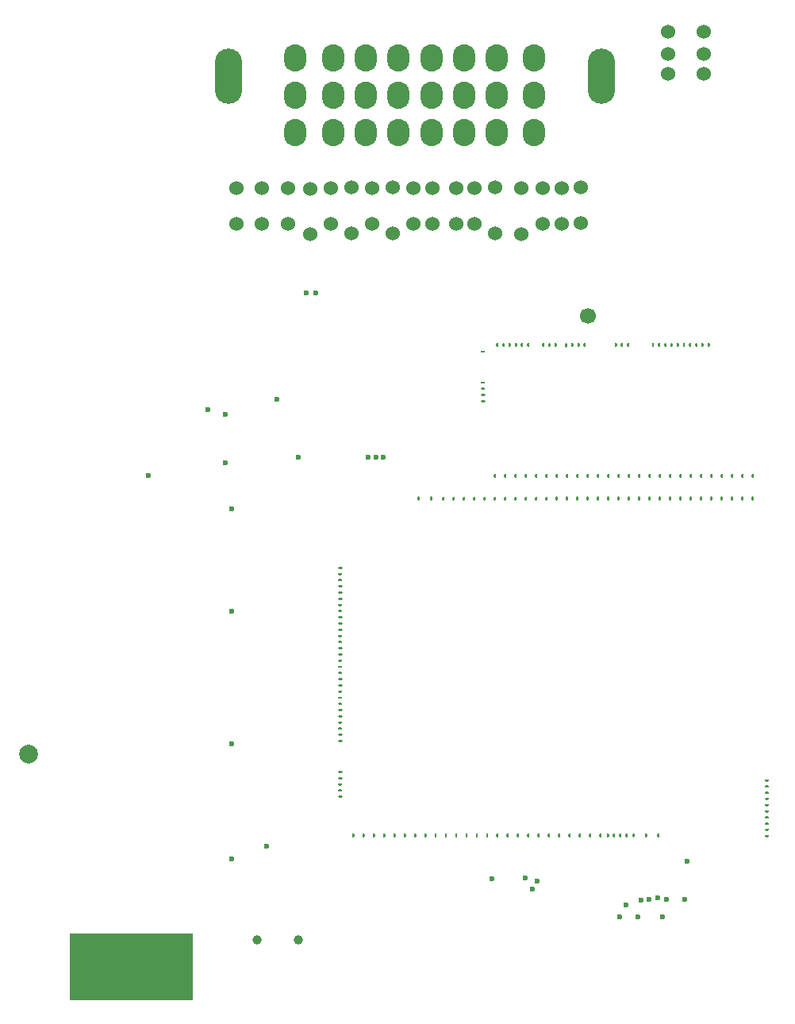
<source format=gbs>
G04 #@! TF.GenerationSoftware,KiCad,Pcbnew,(6.0.1)*
G04 #@! TF.CreationDate,2022-03-18T13:55:30+02:00*
G04 #@! TF.ProjectId,alphax_2ch,616c7068-6178-45f3-9263-682e6b696361,b*
G04 #@! TF.SameCoordinates,PX141f5e0PYa2cace0*
G04 #@! TF.FileFunction,Soldermask,Bot*
G04 #@! TF.FilePolarity,Negative*
%FSLAX46Y46*%
G04 Gerber Fmt 4.6, Leading zero omitted, Abs format (unit mm)*
G04 Created by KiCad (PCBNEW (6.0.1)) date 2022-03-18 13:55:30*
%MOMM*%
%LPD*%
G01*
G04 APERTURE LIST*
%ADD10C,0.120000*%
%ADD11C,0.599999*%
%ADD12C,1.524000*%
%ADD13C,1.700000*%
%ADD14C,1.000000*%
%ADD15O,2.900000X5.900000*%
%ADD16O,2.400000X2.900000*%
%ADD17C,2.000000*%
G04 APERTURE END LIST*
D10*
G04 #@! TO.C,U4*
X6700000Y200000D02*
X6700000Y7200000D01*
X6700000Y7200000D02*
X19700000Y7200000D01*
X19700000Y7200000D02*
X19700000Y200000D01*
X19700000Y200000D02*
X6700000Y200000D01*
G36*
X19700000Y200000D02*
G01*
X6700000Y200000D01*
X6700000Y7200000D01*
X19700000Y7200000D01*
X19700000Y200000D01*
G37*
X19700000Y200000D02*
X6700000Y200000D01*
X6700000Y7200000D01*
X19700000Y7200000D01*
X19700000Y200000D01*
G04 #@! TD*
D11*
G04 #@! TO.C,M4*
X70363132Y10805111D03*
X69938124Y8970101D03*
X69388127Y11020109D03*
X68513168Y10805114D03*
X67663145Y10730107D03*
X67338129Y8970101D03*
X66038162Y10280101D03*
X65388145Y8970101D03*
X72563148Y14895116D03*
X72263146Y10820110D03*
G04 #@! TD*
D12*
G04 #@! TO.C,R8*
X49836417Y82896579D03*
X49836417Y86706579D03*
G04 #@! TD*
G04 #@! TO.C,R9*
X47882571Y82918049D03*
X47882571Y86728049D03*
G04 #@! TD*
G04 #@! TO.C,F4*
X36700000Y86750000D03*
X36700000Y81850000D03*
G04 #@! TD*
G04 #@! TO.C,M5*
G36*
G01*
X50649998Y64096477D02*
X50899998Y64096477D01*
G75*
G02*
X51024998Y63971477I0J-125000D01*
G01*
X51024998Y63971477D01*
G75*
G02*
X50899998Y63846477I-125000J0D01*
G01*
X50649998Y63846477D01*
G75*
G02*
X50524998Y63971477I0J125000D01*
G01*
X50524998Y63971477D01*
G75*
G02*
X50649998Y64096477I125000J0D01*
G01*
G37*
G36*
G01*
X50649998Y64756478D02*
X50899998Y64756478D01*
G75*
G02*
X51024998Y64631478I0J-125000D01*
G01*
X51024998Y64631478D01*
G75*
G02*
X50899998Y64506478I-125000J0D01*
G01*
X50649998Y64506478D01*
G75*
G02*
X50524998Y64631478I0J125000D01*
G01*
X50524998Y64631478D01*
G75*
G02*
X50649998Y64756478I125000J0D01*
G01*
G37*
G36*
G01*
X50649998Y65416479D02*
X50899998Y65416479D01*
G75*
G02*
X51024998Y65291479I0J-125000D01*
G01*
X51024998Y65291479D01*
G75*
G02*
X50899998Y65166479I-125000J0D01*
G01*
X50649998Y65166479D01*
G75*
G02*
X50524998Y65291479I0J125000D01*
G01*
X50524998Y65291479D01*
G75*
G02*
X50649998Y65416479I125000J0D01*
G01*
G37*
G36*
G01*
X50649998Y66076480D02*
X50899998Y66076480D01*
G75*
G02*
X51024998Y65951480I0J-125000D01*
G01*
X51024998Y65951480D01*
G75*
G02*
X50899998Y65826480I-125000J0D01*
G01*
X50649998Y65826480D01*
G75*
G02*
X50524998Y65951480I0J125000D01*
G01*
X50524998Y65951480D01*
G75*
G02*
X50649998Y66076480I125000J0D01*
G01*
G37*
G36*
G01*
X50649998Y69376487D02*
X50899998Y69376487D01*
G75*
G02*
X51024998Y69251487I0J-125000D01*
G01*
X51024998Y69251487D01*
G75*
G02*
X50899998Y69126487I-125000J0D01*
G01*
X50649998Y69126487D01*
G75*
G02*
X50524998Y69251487I0J125000D01*
G01*
X50524998Y69251487D01*
G75*
G02*
X50649998Y69376487I125000J0D01*
G01*
G37*
G36*
G01*
X79420000Y55877684D02*
X79420000Y56127684D01*
G75*
G02*
X79545000Y56252684I125000J0D01*
G01*
X79545000Y56252684D01*
G75*
G02*
X79670000Y56127684I0J-125000D01*
G01*
X79670000Y55877684D01*
G75*
G02*
X79545000Y55752684I-125000J0D01*
G01*
X79545000Y55752684D01*
G75*
G02*
X79420000Y55877684I0J125000D01*
G01*
G37*
G36*
G01*
X78569996Y56127684D02*
X78569996Y55877684D01*
G75*
G02*
X78444996Y55752684I-125000J0D01*
G01*
X78444996Y55752684D01*
G75*
G02*
X78319996Y55877684I0J125000D01*
G01*
X78319996Y56127684D01*
G75*
G02*
X78444996Y56252684I125000J0D01*
G01*
X78444996Y56252684D01*
G75*
G02*
X78569996Y56127684I0J-125000D01*
G01*
G37*
G36*
G01*
X77469995Y56127684D02*
X77469995Y55877684D01*
G75*
G02*
X77344995Y55752684I-125000J0D01*
G01*
X77344995Y55752684D01*
G75*
G02*
X77219995Y55877684I0J125000D01*
G01*
X77219995Y56127684D01*
G75*
G02*
X77344995Y56252684I125000J0D01*
G01*
X77344995Y56252684D01*
G75*
G02*
X77469995Y56127684I0J-125000D01*
G01*
G37*
G36*
G01*
X76369998Y56127684D02*
X76369998Y55877684D01*
G75*
G02*
X76244998Y55752684I-125000J0D01*
G01*
X76244998Y55752684D01*
G75*
G02*
X76119998Y55877684I0J125000D01*
G01*
X76119998Y56127684D01*
G75*
G02*
X76244998Y56252684I125000J0D01*
G01*
X76244998Y56252684D01*
G75*
G02*
X76369998Y56127684I0J-125000D01*
G01*
G37*
G36*
G01*
X75270000Y56127684D02*
X75270000Y55877684D01*
G75*
G02*
X75145000Y55752684I-125000J0D01*
G01*
X75145000Y55752684D01*
G75*
G02*
X75020000Y55877684I0J125000D01*
G01*
X75020000Y56127684D01*
G75*
G02*
X75145000Y56252684I125000J0D01*
G01*
X75145000Y56252684D01*
G75*
G02*
X75270000Y56127684I0J-125000D01*
G01*
G37*
G36*
G01*
X74170002Y56127684D02*
X74170002Y55877684D01*
G75*
G02*
X74045002Y55752684I-125000J0D01*
G01*
X74045002Y55752684D01*
G75*
G02*
X73920002Y55877684I0J125000D01*
G01*
X73920002Y56127684D01*
G75*
G02*
X74045002Y56252684I125000J0D01*
G01*
X74045002Y56252684D01*
G75*
G02*
X74170002Y56127684I0J-125000D01*
G01*
G37*
G36*
G01*
X73070004Y56127684D02*
X73070004Y55877684D01*
G75*
G02*
X72945004Y55752684I-125000J0D01*
G01*
X72945004Y55752684D01*
G75*
G02*
X72820004Y55877684I0J125000D01*
G01*
X72820004Y56127684D01*
G75*
G02*
X72945004Y56252684I125000J0D01*
G01*
X72945004Y56252684D01*
G75*
G02*
X73070004Y56127684I0J-125000D01*
G01*
G37*
G36*
G01*
X71970006Y56127684D02*
X71970006Y55877684D01*
G75*
G02*
X71845006Y55752684I-125000J0D01*
G01*
X71845006Y55752684D01*
G75*
G02*
X71720006Y55877684I0J125000D01*
G01*
X71720006Y56127684D01*
G75*
G02*
X71845006Y56252684I125000J0D01*
G01*
X71845006Y56252684D01*
G75*
G02*
X71970006Y56127684I0J-125000D01*
G01*
G37*
G36*
G01*
X70870009Y56127684D02*
X70870009Y55877684D01*
G75*
G02*
X70745009Y55752684I-125000J0D01*
G01*
X70745009Y55752684D01*
G75*
G02*
X70620009Y55877684I0J125000D01*
G01*
X70620009Y56127684D01*
G75*
G02*
X70745009Y56252684I125000J0D01*
G01*
X70745009Y56252684D01*
G75*
G02*
X70870009Y56127684I0J-125000D01*
G01*
G37*
G36*
G01*
X69770011Y56127684D02*
X69770011Y55877684D01*
G75*
G02*
X69645011Y55752684I-125000J0D01*
G01*
X69645011Y55752684D01*
G75*
G02*
X69520011Y55877684I0J125000D01*
G01*
X69520011Y56127684D01*
G75*
G02*
X69645011Y56252684I125000J0D01*
G01*
X69645011Y56252684D01*
G75*
G02*
X69770011Y56127684I0J-125000D01*
G01*
G37*
G36*
G01*
X68670013Y56127684D02*
X68670013Y55877684D01*
G75*
G02*
X68545013Y55752684I-125000J0D01*
G01*
X68545013Y55752684D01*
G75*
G02*
X68420013Y55877684I0J125000D01*
G01*
X68420013Y56127684D01*
G75*
G02*
X68545013Y56252684I125000J0D01*
G01*
X68545013Y56252684D01*
G75*
G02*
X68670013Y56127684I0J-125000D01*
G01*
G37*
G36*
G01*
X67570015Y56127684D02*
X67570015Y55877684D01*
G75*
G02*
X67445015Y55752684I-125000J0D01*
G01*
X67445015Y55752684D01*
G75*
G02*
X67320015Y55877684I0J125000D01*
G01*
X67320015Y56127684D01*
G75*
G02*
X67445015Y56252684I125000J0D01*
G01*
X67445015Y56252684D01*
G75*
G02*
X67570015Y56127684I0J-125000D01*
G01*
G37*
G36*
G01*
X66470017Y56127684D02*
X66470017Y55877684D01*
G75*
G02*
X66345017Y55752684I-125000J0D01*
G01*
X66345017Y55752684D01*
G75*
G02*
X66220017Y55877684I0J125000D01*
G01*
X66220017Y56127684D01*
G75*
G02*
X66345017Y56252684I125000J0D01*
G01*
X66345017Y56252684D01*
G75*
G02*
X66470017Y56127684I0J-125000D01*
G01*
G37*
G36*
G01*
X65370020Y56127684D02*
X65370020Y55877684D01*
G75*
G02*
X65245020Y55752684I-125000J0D01*
G01*
X65245020Y55752684D01*
G75*
G02*
X65120020Y55877684I0J125000D01*
G01*
X65120020Y56127684D01*
G75*
G02*
X65245020Y56252684I125000J0D01*
G01*
X65245020Y56252684D01*
G75*
G02*
X65370020Y56127684I0J-125000D01*
G01*
G37*
G36*
G01*
X64270022Y56127684D02*
X64270022Y55877684D01*
G75*
G02*
X64145022Y55752684I-125000J0D01*
G01*
X64145022Y55752684D01*
G75*
G02*
X64020022Y55877684I0J125000D01*
G01*
X64020022Y56127684D01*
G75*
G02*
X64145022Y56252684I125000J0D01*
G01*
X64145022Y56252684D01*
G75*
G02*
X64270022Y56127684I0J-125000D01*
G01*
G37*
G36*
G01*
X63170024Y56127684D02*
X63170024Y55877684D01*
G75*
G02*
X63045024Y55752684I-125000J0D01*
G01*
X63045024Y55752684D01*
G75*
G02*
X62920024Y55877684I0J125000D01*
G01*
X62920024Y56127684D01*
G75*
G02*
X63045024Y56252684I125000J0D01*
G01*
X63045024Y56252684D01*
G75*
G02*
X63170024Y56127684I0J-125000D01*
G01*
G37*
G36*
G01*
X62070026Y56127684D02*
X62070026Y55877684D01*
G75*
G02*
X61945026Y55752684I-125000J0D01*
G01*
X61945026Y55752684D01*
G75*
G02*
X61820026Y55877684I0J125000D01*
G01*
X61820026Y56127684D01*
G75*
G02*
X61945026Y56252684I125000J0D01*
G01*
X61945026Y56252684D01*
G75*
G02*
X62070026Y56127684I0J-125000D01*
G01*
G37*
G36*
G01*
X60970028Y56127684D02*
X60970028Y55877684D01*
G75*
G02*
X60845028Y55752684I-125000J0D01*
G01*
X60845028Y55752684D01*
G75*
G02*
X60720028Y55877684I0J125000D01*
G01*
X60720028Y56127684D01*
G75*
G02*
X60845028Y56252684I125000J0D01*
G01*
X60845028Y56252684D01*
G75*
G02*
X60970028Y56127684I0J-125000D01*
G01*
G37*
G36*
G01*
X59870031Y56127684D02*
X59870031Y55877684D01*
G75*
G02*
X59745031Y55752684I-125000J0D01*
G01*
X59745031Y55752684D01*
G75*
G02*
X59620031Y55877684I0J125000D01*
G01*
X59620031Y56127684D01*
G75*
G02*
X59745031Y56252684I125000J0D01*
G01*
X59745031Y56252684D01*
G75*
G02*
X59870031Y56127684I0J-125000D01*
G01*
G37*
G36*
G01*
X58770033Y56127684D02*
X58770033Y55877684D01*
G75*
G02*
X58645033Y55752684I-125000J0D01*
G01*
X58645033Y55752684D01*
G75*
G02*
X58520033Y55877684I0J125000D01*
G01*
X58520033Y56127684D01*
G75*
G02*
X58645033Y56252684I125000J0D01*
G01*
X58645033Y56252684D01*
G75*
G02*
X58770033Y56127684I0J-125000D01*
G01*
G37*
G36*
G01*
X57670035Y56127684D02*
X57670035Y55877684D01*
G75*
G02*
X57545035Y55752684I-125000J0D01*
G01*
X57545035Y55752684D01*
G75*
G02*
X57420035Y55877684I0J125000D01*
G01*
X57420035Y56127684D01*
G75*
G02*
X57545035Y56252684I125000J0D01*
G01*
X57545035Y56252684D01*
G75*
G02*
X57670035Y56127684I0J-125000D01*
G01*
G37*
G36*
G01*
X56570037Y56127684D02*
X56570037Y55877684D01*
G75*
G02*
X56445037Y55752684I-125000J0D01*
G01*
X56445037Y55752684D01*
G75*
G02*
X56320037Y55877684I0J125000D01*
G01*
X56320037Y56127684D01*
G75*
G02*
X56445037Y56252684I125000J0D01*
G01*
X56445037Y56252684D01*
G75*
G02*
X56570037Y56127684I0J-125000D01*
G01*
G37*
G36*
G01*
X55470039Y56127684D02*
X55470039Y55877684D01*
G75*
G02*
X55345039Y55752684I-125000J0D01*
G01*
X55345039Y55752684D01*
G75*
G02*
X55220039Y55877684I0J125000D01*
G01*
X55220039Y56127684D01*
G75*
G02*
X55345039Y56252684I125000J0D01*
G01*
X55345039Y56252684D01*
G75*
G02*
X55470039Y56127684I0J-125000D01*
G01*
G37*
G36*
G01*
X54370042Y56127684D02*
X54370042Y55877684D01*
G75*
G02*
X54245042Y55752684I-125000J0D01*
G01*
X54245042Y55752684D01*
G75*
G02*
X54120042Y55877684I0J125000D01*
G01*
X54120042Y56127684D01*
G75*
G02*
X54245042Y56252684I125000J0D01*
G01*
X54245042Y56252684D01*
G75*
G02*
X54370042Y56127684I0J-125000D01*
G01*
G37*
G36*
G01*
X53270044Y56127684D02*
X53270044Y55877684D01*
G75*
G02*
X53145044Y55752684I-125000J0D01*
G01*
X53145044Y55752684D01*
G75*
G02*
X53020044Y55877684I0J125000D01*
G01*
X53020044Y56127684D01*
G75*
G02*
X53145044Y56252684I125000J0D01*
G01*
X53145044Y56252684D01*
G75*
G02*
X53270044Y56127684I0J-125000D01*
G01*
G37*
G36*
G01*
X52170046Y56127684D02*
X52170046Y55877684D01*
G75*
G02*
X52045046Y55752684I-125000J0D01*
G01*
X52045046Y55752684D01*
G75*
G02*
X51920046Y55877684I0J125000D01*
G01*
X51920046Y56127684D01*
G75*
G02*
X52045046Y56252684I125000J0D01*
G01*
X52045046Y56252684D01*
G75*
G02*
X52170046Y56127684I0J-125000D01*
G01*
G37*
G36*
G01*
X52420990Y70089683D02*
X52420990Y69839683D01*
G75*
G02*
X52295990Y69714683I-125000J0D01*
G01*
X52295990Y69714683D01*
G75*
G02*
X52170990Y69839683I0J125000D01*
G01*
X52170990Y70089683D01*
G75*
G02*
X52295990Y70214683I125000J0D01*
G01*
X52295990Y70214683D01*
G75*
G02*
X52420990Y70089683I0J-125000D01*
G01*
G37*
G36*
G01*
X53080992Y70089683D02*
X53080992Y69839683D01*
G75*
G02*
X52955992Y69714683I-125000J0D01*
G01*
X52955992Y69714683D01*
G75*
G02*
X52830992Y69839683I0J125000D01*
G01*
X52830992Y70089683D01*
G75*
G02*
X52955992Y70214683I125000J0D01*
G01*
X52955992Y70214683D01*
G75*
G02*
X53080992Y70089683I0J-125000D01*
G01*
G37*
G36*
G01*
X53740993Y70089683D02*
X53740993Y69839683D01*
G75*
G02*
X53615993Y69714683I-125000J0D01*
G01*
X53615993Y69714683D01*
G75*
G02*
X53490993Y69839683I0J125000D01*
G01*
X53490993Y70089683D01*
G75*
G02*
X53615993Y70214683I125000J0D01*
G01*
X53615993Y70214683D01*
G75*
G02*
X53740993Y70089683I0J-125000D01*
G01*
G37*
G36*
G01*
X54400994Y70089683D02*
X54400994Y69839683D01*
G75*
G02*
X54275994Y69714683I-125000J0D01*
G01*
X54275994Y69714683D01*
G75*
G02*
X54150994Y69839683I0J125000D01*
G01*
X54150994Y70089683D01*
G75*
G02*
X54275994Y70214683I125000J0D01*
G01*
X54275994Y70214683D01*
G75*
G02*
X54400994Y70089683I0J-125000D01*
G01*
G37*
G36*
G01*
X55060995Y70089683D02*
X55060995Y69839683D01*
G75*
G02*
X54935995Y69714683I-125000J0D01*
G01*
X54935995Y69714683D01*
G75*
G02*
X54810995Y69839683I0J125000D01*
G01*
X54810995Y70089683D01*
G75*
G02*
X54935995Y70214683I125000J0D01*
G01*
X54935995Y70214683D01*
G75*
G02*
X55060995Y70089683I0J-125000D01*
G01*
G37*
G36*
G01*
X55720997Y70089683D02*
X55720997Y69839683D01*
G75*
G02*
X55595997Y69714683I-125000J0D01*
G01*
X55595997Y69714683D01*
G75*
G02*
X55470997Y69839683I0J125000D01*
G01*
X55470997Y70089683D01*
G75*
G02*
X55595997Y70214683I125000J0D01*
G01*
X55595997Y70214683D01*
G75*
G02*
X55720997Y70089683I0J-125000D01*
G01*
G37*
G36*
G01*
X57321994Y70089683D02*
X57321994Y69839683D01*
G75*
G02*
X57196994Y69714683I-125000J0D01*
G01*
X57196994Y69714683D01*
G75*
G02*
X57071994Y69839683I0J125000D01*
G01*
X57071994Y70089683D01*
G75*
G02*
X57196994Y70214683I125000J0D01*
G01*
X57196994Y70214683D01*
G75*
G02*
X57321994Y70089683I0J-125000D01*
G01*
G37*
G36*
G01*
X57981995Y70089683D02*
X57981995Y69839683D01*
G75*
G02*
X57856995Y69714683I-125000J0D01*
G01*
X57856995Y69714683D01*
G75*
G02*
X57731995Y69839683I0J125000D01*
G01*
X57731995Y70089683D01*
G75*
G02*
X57856995Y70214683I125000J0D01*
G01*
X57856995Y70214683D01*
G75*
G02*
X57981995Y70089683I0J-125000D01*
G01*
G37*
G36*
G01*
X58641997Y70089683D02*
X58641997Y69839683D01*
G75*
G02*
X58516997Y69714683I-125000J0D01*
G01*
X58516997Y69714683D01*
G75*
G02*
X58391997Y69839683I0J125000D01*
G01*
X58391997Y70089683D01*
G75*
G02*
X58516997Y70214683I125000J0D01*
G01*
X58516997Y70214683D01*
G75*
G02*
X58641997Y70089683I0J-125000D01*
G01*
G37*
G36*
G01*
X59762896Y70089683D02*
X59762896Y69839683D01*
G75*
G02*
X59637896Y69714683I-125000J0D01*
G01*
X59637896Y69714683D01*
G75*
G02*
X59512896Y69839683I0J125000D01*
G01*
X59512896Y70089683D01*
G75*
G02*
X59637896Y70214683I125000J0D01*
G01*
X59637896Y70214683D01*
G75*
G02*
X59762896Y70089683I0J-125000D01*
G01*
G37*
G36*
G01*
X60422897Y70089683D02*
X60422897Y69839683D01*
G75*
G02*
X60297897Y69714683I-125000J0D01*
G01*
X60297897Y69714683D01*
G75*
G02*
X60172897Y69839683I0J125000D01*
G01*
X60172897Y70089683D01*
G75*
G02*
X60297897Y70214683I125000J0D01*
G01*
X60297897Y70214683D01*
G75*
G02*
X60422897Y70089683I0J-125000D01*
G01*
G37*
G36*
G01*
X61082898Y70089683D02*
X61082898Y69839683D01*
G75*
G02*
X60957898Y69714683I-125000J0D01*
G01*
X60957898Y69714683D01*
G75*
G02*
X60832898Y69839683I0J125000D01*
G01*
X60832898Y70089683D01*
G75*
G02*
X60957898Y70214683I125000J0D01*
G01*
X60957898Y70214683D01*
G75*
G02*
X61082898Y70089683I0J-125000D01*
G01*
G37*
G36*
G01*
X61742900Y70089683D02*
X61742900Y69839683D01*
G75*
G02*
X61617900Y69714683I-125000J0D01*
G01*
X61617900Y69714683D01*
G75*
G02*
X61492900Y69839683I0J125000D01*
G01*
X61492900Y70089683D01*
G75*
G02*
X61617900Y70214683I125000J0D01*
G01*
X61617900Y70214683D01*
G75*
G02*
X61742900Y70089683I0J-125000D01*
G01*
G37*
G36*
G01*
X65068994Y70089683D02*
X65068994Y69839683D01*
G75*
G02*
X64943994Y69714683I-125000J0D01*
G01*
X64943994Y69714683D01*
G75*
G02*
X64818994Y69839683I0J125000D01*
G01*
X64818994Y70089683D01*
G75*
G02*
X64943994Y70214683I125000J0D01*
G01*
X64943994Y70214683D01*
G75*
G02*
X65068994Y70089683I0J-125000D01*
G01*
G37*
G36*
G01*
X65728995Y70089683D02*
X65728995Y69839683D01*
G75*
G02*
X65603995Y69714683I-125000J0D01*
G01*
X65603995Y69714683D01*
G75*
G02*
X65478995Y69839683I0J125000D01*
G01*
X65478995Y70089683D01*
G75*
G02*
X65603995Y70214683I125000J0D01*
G01*
X65603995Y70214683D01*
G75*
G02*
X65728995Y70089683I0J-125000D01*
G01*
G37*
G36*
G01*
X66388997Y70089683D02*
X66388997Y69839683D01*
G75*
G02*
X66263997Y69714683I-125000J0D01*
G01*
X66263997Y69714683D01*
G75*
G02*
X66138997Y69839683I0J125000D01*
G01*
X66138997Y70089683D01*
G75*
G02*
X66263997Y70214683I125000J0D01*
G01*
X66263997Y70214683D01*
G75*
G02*
X66388997Y70089683I0J-125000D01*
G01*
G37*
G36*
G01*
X69034988Y70089683D02*
X69034988Y69839683D01*
G75*
G02*
X68909988Y69714683I-125000J0D01*
G01*
X68909988Y69714683D01*
G75*
G02*
X68784988Y69839683I0J125000D01*
G01*
X68784988Y70089683D01*
G75*
G02*
X68909988Y70214683I125000J0D01*
G01*
X68909988Y70214683D01*
G75*
G02*
X69034988Y70089683I0J-125000D01*
G01*
G37*
G36*
G01*
X69694989Y70089683D02*
X69694989Y69839683D01*
G75*
G02*
X69569989Y69714683I-125000J0D01*
G01*
X69569989Y69714683D01*
G75*
G02*
X69444989Y69839683I0J125000D01*
G01*
X69444989Y70089683D01*
G75*
G02*
X69569989Y70214683I125000J0D01*
G01*
X69569989Y70214683D01*
G75*
G02*
X69694989Y70089683I0J-125000D01*
G01*
G37*
G36*
G01*
X70354991Y70089683D02*
X70354991Y69839683D01*
G75*
G02*
X70229991Y69714683I-125000J0D01*
G01*
X70229991Y69714683D01*
G75*
G02*
X70104991Y69839683I0J125000D01*
G01*
X70104991Y70089683D01*
G75*
G02*
X70229991Y70214683I125000J0D01*
G01*
X70229991Y70214683D01*
G75*
G02*
X70354991Y70089683I0J-125000D01*
G01*
G37*
G36*
G01*
X71014992Y70089683D02*
X71014992Y69839683D01*
G75*
G02*
X70889992Y69714683I-125000J0D01*
G01*
X70889992Y69714683D01*
G75*
G02*
X70764992Y69839683I0J125000D01*
G01*
X70764992Y70089683D01*
G75*
G02*
X70889992Y70214683I125000J0D01*
G01*
X70889992Y70214683D01*
G75*
G02*
X71014992Y70089683I0J-125000D01*
G01*
G37*
G36*
G01*
X71674993Y70089683D02*
X71674993Y69839683D01*
G75*
G02*
X71549993Y69714683I-125000J0D01*
G01*
X71549993Y69714683D01*
G75*
G02*
X71424993Y69839683I0J125000D01*
G01*
X71424993Y70089683D01*
G75*
G02*
X71549993Y70214683I125000J0D01*
G01*
X71549993Y70214683D01*
G75*
G02*
X71674993Y70089683I0J-125000D01*
G01*
G37*
G36*
G01*
X72334994Y70089683D02*
X72334994Y69839683D01*
G75*
G02*
X72209994Y69714683I-125000J0D01*
G01*
X72209994Y69714683D01*
G75*
G02*
X72084994Y69839683I0J125000D01*
G01*
X72084994Y70089683D01*
G75*
G02*
X72209994Y70214683I125000J0D01*
G01*
X72209994Y70214683D01*
G75*
G02*
X72334994Y70089683I0J-125000D01*
G01*
G37*
G36*
G01*
X72994996Y70089683D02*
X72994996Y69839683D01*
G75*
G02*
X72869996Y69714683I-125000J0D01*
G01*
X72869996Y69714683D01*
G75*
G02*
X72744996Y69839683I0J125000D01*
G01*
X72744996Y70089683D01*
G75*
G02*
X72869996Y70214683I125000J0D01*
G01*
X72869996Y70214683D01*
G75*
G02*
X72994996Y70089683I0J-125000D01*
G01*
G37*
G36*
G01*
X73654997Y70089683D02*
X73654997Y69839683D01*
G75*
G02*
X73529997Y69714683I-125000J0D01*
G01*
X73529997Y69714683D01*
G75*
G02*
X73404997Y69839683I0J125000D01*
G01*
X73404997Y70089683D01*
G75*
G02*
X73529997Y70214683I125000J0D01*
G01*
X73529997Y70214683D01*
G75*
G02*
X73654997Y70089683I0J-125000D01*
G01*
G37*
G36*
G01*
X74314998Y70089683D02*
X74314998Y69839683D01*
G75*
G02*
X74189998Y69714683I-125000J0D01*
G01*
X74189998Y69714683D01*
G75*
G02*
X74064998Y69839683I0J125000D01*
G01*
X74064998Y70089683D01*
G75*
G02*
X74189998Y70214683I125000J0D01*
G01*
X74189998Y70214683D01*
G75*
G02*
X74314998Y70089683I0J-125000D01*
G01*
G37*
G36*
G01*
X74975000Y70089683D02*
X74975000Y69839683D01*
G75*
G02*
X74850000Y69714683I-125000J0D01*
G01*
X74850000Y69714683D01*
G75*
G02*
X74725000Y69839683I0J125000D01*
G01*
X74725000Y70089683D01*
G75*
G02*
X74850000Y70214683I125000J0D01*
G01*
X74850000Y70214683D01*
G75*
G02*
X74975000Y70089683I0J-125000D01*
G01*
G37*
G04 #@! TD*
D13*
G04 #@! TO.C,P2*
X61958000Y73100000D03*
G04 #@! TD*
D12*
G04 #@! TO.C,R11*
X24500000Y82895000D03*
X24500000Y86705000D03*
G04 #@! TD*
G04 #@! TO.C,R6*
X74305000Y103400000D03*
X70495000Y103400000D03*
G04 #@! TD*
D14*
G04 #@! TO.C,J1*
X31100000Y6475000D03*
X26700000Y6475000D03*
G04 #@! TD*
D12*
G04 #@! TO.C,R17*
X38900000Y82895000D03*
X38900000Y86705000D03*
G04 #@! TD*
G04 #@! TO.C,R16*
X45400000Y82895000D03*
X45400000Y86705000D03*
G04 #@! TD*
D11*
G04 #@! TO.C,M7*
X56543338Y12787498D03*
X56018338Y11912496D03*
X55268340Y13087500D03*
X51718339Y13012497D03*
G04 #@! TD*
G04 #@! TO.C,M1*
X15066016Y56037888D03*
X23291016Y57362892D03*
X23273511Y62595386D03*
X21391015Y63087892D03*
X28741008Y64212878D03*
G04 #@! TD*
G04 #@! TO.C,M3*
X31025000Y58000000D03*
X38525000Y58000000D03*
X39325000Y58000000D03*
X40125000Y58000000D03*
X32925000Y75525000D03*
X31925000Y75525000D03*
G04 #@! TD*
D12*
G04 #@! TO.C,R10*
X43300000Y82895000D03*
X43300000Y86705000D03*
G04 #@! TD*
G04 #@! TO.C,R19*
X30000000Y82895000D03*
X30000000Y86705000D03*
G04 #@! TD*
G04 #@! TO.C,F1*
X54846000Y86700000D03*
X54846000Y81800000D03*
G04 #@! TD*
G04 #@! TO.C,R14*
X70495000Y98900000D03*
X74305000Y98900000D03*
G04 #@! TD*
G04 #@! TO.C,F3*
X41100000Y86750000D03*
X41100000Y81850000D03*
G04 #@! TD*
G04 #@! TO.C,M6*
G36*
G01*
X35410503Y21903625D02*
X35660503Y21903625D01*
G75*
G02*
X35785503Y21778625I0J-125000D01*
G01*
X35785503Y21778625D01*
G75*
G02*
X35660503Y21653625I-125000J0D01*
G01*
X35410503Y21653625D01*
G75*
G02*
X35285503Y21778625I0J125000D01*
G01*
X35285503Y21778625D01*
G75*
G02*
X35410503Y21903625I125000J0D01*
G01*
G37*
G36*
G01*
X35660503Y22313623D02*
X35410503Y22313623D01*
G75*
G02*
X35285503Y22438623I0J125000D01*
G01*
X35285503Y22438623D01*
G75*
G02*
X35410503Y22563623I125000J0D01*
G01*
X35660503Y22563623D01*
G75*
G02*
X35785503Y22438623I0J-125000D01*
G01*
X35785503Y22438623D01*
G75*
G02*
X35660503Y22313623I-125000J0D01*
G01*
G37*
G36*
G01*
X35660503Y22973628D02*
X35410503Y22973628D01*
G75*
G02*
X35285503Y23098628I0J125000D01*
G01*
X35285503Y23098628D01*
G75*
G02*
X35410503Y23223628I125000J0D01*
G01*
X35660503Y23223628D01*
G75*
G02*
X35785503Y23098628I0J-125000D01*
G01*
X35785503Y23098628D01*
G75*
G02*
X35660503Y22973628I-125000J0D01*
G01*
G37*
G36*
G01*
X35660503Y23633623D02*
X35410503Y23633623D01*
G75*
G02*
X35285503Y23758623I0J125000D01*
G01*
X35285503Y23758623D01*
G75*
G02*
X35410503Y23883623I125000J0D01*
G01*
X35660503Y23883623D01*
G75*
G02*
X35785503Y23758623I0J-125000D01*
G01*
X35785503Y23758623D01*
G75*
G02*
X35660503Y23633623I-125000J0D01*
G01*
G37*
G36*
G01*
X35660503Y24293625D02*
X35410503Y24293625D01*
G75*
G02*
X35285503Y24418625I0J125000D01*
G01*
X35285503Y24418625D01*
G75*
G02*
X35410503Y24543625I125000J0D01*
G01*
X35660503Y24543625D01*
G75*
G02*
X35785503Y24418625I0J-125000D01*
G01*
X35785503Y24418625D01*
G75*
G02*
X35660503Y24293625I-125000J0D01*
G01*
G37*
G36*
G01*
X35660503Y27593626D02*
X35410503Y27593626D01*
G75*
G02*
X35285503Y27718626I0J125000D01*
G01*
X35285503Y27718626D01*
G75*
G02*
X35410503Y27843626I125000J0D01*
G01*
X35660503Y27843626D01*
G75*
G02*
X35785503Y27718626I0J-125000D01*
G01*
X35785503Y27718626D01*
G75*
G02*
X35660503Y27593626I-125000J0D01*
G01*
G37*
G36*
G01*
X35660503Y28253627D02*
X35410503Y28253627D01*
G75*
G02*
X35285503Y28378627I0J125000D01*
G01*
X35285503Y28378627D01*
G75*
G02*
X35410503Y28503627I125000J0D01*
G01*
X35660503Y28503627D01*
G75*
G02*
X35785503Y28378627I0J-125000D01*
G01*
X35785503Y28378627D01*
G75*
G02*
X35660503Y28253627I-125000J0D01*
G01*
G37*
G36*
G01*
X35660503Y28913629D02*
X35410503Y28913629D01*
G75*
G02*
X35285503Y29038629I0J125000D01*
G01*
X35285503Y29038629D01*
G75*
G02*
X35410503Y29163629I125000J0D01*
G01*
X35660503Y29163629D01*
G75*
G02*
X35785503Y29038629I0J-125000D01*
G01*
X35785503Y29038629D01*
G75*
G02*
X35660503Y28913629I-125000J0D01*
G01*
G37*
G36*
G01*
X35660503Y29573627D02*
X35410503Y29573627D01*
G75*
G02*
X35285503Y29698627I0J125000D01*
G01*
X35285503Y29698627D01*
G75*
G02*
X35410503Y29823627I125000J0D01*
G01*
X35660503Y29823627D01*
G75*
G02*
X35785503Y29698627I0J-125000D01*
G01*
X35785503Y29698627D01*
G75*
G02*
X35660503Y29573627I-125000J0D01*
G01*
G37*
G36*
G01*
X35660503Y30233629D02*
X35410503Y30233629D01*
G75*
G02*
X35285503Y30358629I0J125000D01*
G01*
X35285503Y30358629D01*
G75*
G02*
X35410503Y30483629I125000J0D01*
G01*
X35660503Y30483629D01*
G75*
G02*
X35785503Y30358629I0J-125000D01*
G01*
X35785503Y30358629D01*
G75*
G02*
X35660503Y30233629I-125000J0D01*
G01*
G37*
G36*
G01*
X35660503Y30893627D02*
X35410503Y30893627D01*
G75*
G02*
X35285503Y31018627I0J125000D01*
G01*
X35285503Y31018627D01*
G75*
G02*
X35410503Y31143627I125000J0D01*
G01*
X35660503Y31143627D01*
G75*
G02*
X35785503Y31018627I0J-125000D01*
G01*
X35785503Y31018627D01*
G75*
G02*
X35660503Y30893627I-125000J0D01*
G01*
G37*
G36*
G01*
X35660503Y31553628D02*
X35410503Y31553628D01*
G75*
G02*
X35285503Y31678628I0J125000D01*
G01*
X35285503Y31678628D01*
G75*
G02*
X35410503Y31803628I125000J0D01*
G01*
X35660503Y31803628D01*
G75*
G02*
X35785503Y31678628I0J-125000D01*
G01*
X35785503Y31678628D01*
G75*
G02*
X35660503Y31553628I-125000J0D01*
G01*
G37*
G36*
G01*
X35660503Y32213627D02*
X35410503Y32213627D01*
G75*
G02*
X35285503Y32338627I0J125000D01*
G01*
X35285503Y32338627D01*
G75*
G02*
X35410503Y32463627I125000J0D01*
G01*
X35660503Y32463627D01*
G75*
G02*
X35785503Y32338627I0J-125000D01*
G01*
X35785503Y32338627D01*
G75*
G02*
X35660503Y32213627I-125000J0D01*
G01*
G37*
G36*
G01*
X35660503Y32873628D02*
X35410503Y32873628D01*
G75*
G02*
X35285503Y32998628I0J125000D01*
G01*
X35285503Y32998628D01*
G75*
G02*
X35410503Y33123628I125000J0D01*
G01*
X35660503Y33123628D01*
G75*
G02*
X35785503Y32998628I0J-125000D01*
G01*
X35785503Y32998628D01*
G75*
G02*
X35660503Y32873628I-125000J0D01*
G01*
G37*
G36*
G01*
X35660503Y33533627D02*
X35410503Y33533627D01*
G75*
G02*
X35285503Y33658627I0J125000D01*
G01*
X35285503Y33658627D01*
G75*
G02*
X35410503Y33783627I125000J0D01*
G01*
X35660503Y33783627D01*
G75*
G02*
X35785503Y33658627I0J-125000D01*
G01*
X35785503Y33658627D01*
G75*
G02*
X35660503Y33533627I-125000J0D01*
G01*
G37*
G36*
G01*
X35660503Y34193628D02*
X35410503Y34193628D01*
G75*
G02*
X35285503Y34318628I0J125000D01*
G01*
X35285503Y34318628D01*
G75*
G02*
X35410503Y34443628I125000J0D01*
G01*
X35660503Y34443628D01*
G75*
G02*
X35785503Y34318628I0J-125000D01*
G01*
X35785503Y34318628D01*
G75*
G02*
X35660503Y34193628I-125000J0D01*
G01*
G37*
G36*
G01*
X35660503Y34853627D02*
X35410503Y34853627D01*
G75*
G02*
X35285503Y34978627I0J125000D01*
G01*
X35285503Y34978627D01*
G75*
G02*
X35410503Y35103627I125000J0D01*
G01*
X35660503Y35103627D01*
G75*
G02*
X35785503Y34978627I0J-125000D01*
G01*
X35785503Y34978627D01*
G75*
G02*
X35660503Y34853627I-125000J0D01*
G01*
G37*
G36*
G01*
X35660503Y35513628D02*
X35410503Y35513628D01*
G75*
G02*
X35285503Y35638628I0J125000D01*
G01*
X35285503Y35638628D01*
G75*
G02*
X35410503Y35763628I125000J0D01*
G01*
X35660503Y35763628D01*
G75*
G02*
X35785503Y35638628I0J-125000D01*
G01*
X35785503Y35638628D01*
G75*
G02*
X35660503Y35513628I-125000J0D01*
G01*
G37*
G36*
G01*
X35660503Y36173627D02*
X35410503Y36173627D01*
G75*
G02*
X35285503Y36298627I0J125000D01*
G01*
X35285503Y36298627D01*
G75*
G02*
X35410503Y36423627I125000J0D01*
G01*
X35660503Y36423627D01*
G75*
G02*
X35785503Y36298627I0J-125000D01*
G01*
X35785503Y36298627D01*
G75*
G02*
X35660503Y36173627I-125000J0D01*
G01*
G37*
G36*
G01*
X35660503Y36833628D02*
X35410503Y36833628D01*
G75*
G02*
X35285503Y36958628I0J125000D01*
G01*
X35285503Y36958628D01*
G75*
G02*
X35410503Y37083628I125000J0D01*
G01*
X35660503Y37083628D01*
G75*
G02*
X35785503Y36958628I0J-125000D01*
G01*
X35785503Y36958628D01*
G75*
G02*
X35660503Y36833628I-125000J0D01*
G01*
G37*
G36*
G01*
X35660503Y37493627D02*
X35410503Y37493627D01*
G75*
G02*
X35285503Y37618627I0J125000D01*
G01*
X35285503Y37618627D01*
G75*
G02*
X35410503Y37743627I125000J0D01*
G01*
X35660503Y37743627D01*
G75*
G02*
X35785503Y37618627I0J-125000D01*
G01*
X35785503Y37618627D01*
G75*
G02*
X35660503Y37493627I-125000J0D01*
G01*
G37*
G36*
G01*
X35660503Y38153628D02*
X35410503Y38153628D01*
G75*
G02*
X35285503Y38278628I0J125000D01*
G01*
X35285503Y38278628D01*
G75*
G02*
X35410503Y38403628I125000J0D01*
G01*
X35660503Y38403628D01*
G75*
G02*
X35785503Y38278628I0J-125000D01*
G01*
X35785503Y38278628D01*
G75*
G02*
X35660503Y38153628I-125000J0D01*
G01*
G37*
G36*
G01*
X35660503Y38813627D02*
X35410503Y38813627D01*
G75*
G02*
X35285503Y38938627I0J125000D01*
G01*
X35285503Y38938627D01*
G75*
G02*
X35410503Y39063627I125000J0D01*
G01*
X35660503Y39063627D01*
G75*
G02*
X35785503Y38938627I0J-125000D01*
G01*
X35785503Y38938627D01*
G75*
G02*
X35660503Y38813627I-125000J0D01*
G01*
G37*
G36*
G01*
X35660503Y39473628D02*
X35410503Y39473628D01*
G75*
G02*
X35285503Y39598628I0J125000D01*
G01*
X35285503Y39598628D01*
G75*
G02*
X35410503Y39723628I125000J0D01*
G01*
X35660503Y39723628D01*
G75*
G02*
X35785503Y39598628I0J-125000D01*
G01*
X35785503Y39598628D01*
G75*
G02*
X35660503Y39473628I-125000J0D01*
G01*
G37*
G36*
G01*
X35660503Y40133627D02*
X35410503Y40133627D01*
G75*
G02*
X35285503Y40258627I0J125000D01*
G01*
X35285503Y40258627D01*
G75*
G02*
X35410503Y40383627I125000J0D01*
G01*
X35660503Y40383627D01*
G75*
G02*
X35785503Y40258627I0J-125000D01*
G01*
X35785503Y40258627D01*
G75*
G02*
X35660503Y40133627I-125000J0D01*
G01*
G37*
G36*
G01*
X35660503Y40793628D02*
X35410503Y40793628D01*
G75*
G02*
X35285503Y40918628I0J125000D01*
G01*
X35285503Y40918628D01*
G75*
G02*
X35410503Y41043628I125000J0D01*
G01*
X35660503Y41043628D01*
G75*
G02*
X35785503Y40918628I0J-125000D01*
G01*
X35785503Y40918628D01*
G75*
G02*
X35660503Y40793628I-125000J0D01*
G01*
G37*
G36*
G01*
X35660503Y41453626D02*
X35410503Y41453626D01*
G75*
G02*
X35285503Y41578626I0J125000D01*
G01*
X35285503Y41578626D01*
G75*
G02*
X35410503Y41703626I125000J0D01*
G01*
X35660503Y41703626D01*
G75*
G02*
X35785503Y41578626I0J-125000D01*
G01*
X35785503Y41578626D01*
G75*
G02*
X35660503Y41453626I-125000J0D01*
G01*
G37*
G36*
G01*
X35660503Y42113628D02*
X35410503Y42113628D01*
G75*
G02*
X35285503Y42238628I0J125000D01*
G01*
X35285503Y42238628D01*
G75*
G02*
X35410503Y42363628I125000J0D01*
G01*
X35660503Y42363628D01*
G75*
G02*
X35785503Y42238628I0J-125000D01*
G01*
X35785503Y42238628D01*
G75*
G02*
X35660503Y42113628I-125000J0D01*
G01*
G37*
G36*
G01*
X35660503Y42773626D02*
X35410503Y42773626D01*
G75*
G02*
X35285503Y42898626I0J125000D01*
G01*
X35285503Y42898626D01*
G75*
G02*
X35410503Y43023626I125000J0D01*
G01*
X35660503Y43023626D01*
G75*
G02*
X35785503Y42898626I0J-125000D01*
G01*
X35785503Y42898626D01*
G75*
G02*
X35660503Y42773626I-125000J0D01*
G01*
G37*
G36*
G01*
X35660503Y43433628D02*
X35410503Y43433628D01*
G75*
G02*
X35285503Y43558628I0J125000D01*
G01*
X35285503Y43558628D01*
G75*
G02*
X35410503Y43683628I125000J0D01*
G01*
X35660503Y43683628D01*
G75*
G02*
X35785503Y43558628I0J-125000D01*
G01*
X35785503Y43558628D01*
G75*
G02*
X35660503Y43433628I-125000J0D01*
G01*
G37*
G36*
G01*
X35660503Y44093626D02*
X35410503Y44093626D01*
G75*
G02*
X35285503Y44218626I0J125000D01*
G01*
X35285503Y44218626D01*
G75*
G02*
X35410503Y44343626I125000J0D01*
G01*
X35660503Y44343626D01*
G75*
G02*
X35785503Y44218626I0J-125000D01*
G01*
X35785503Y44218626D01*
G75*
G02*
X35660503Y44093626I-125000J0D01*
G01*
G37*
G36*
G01*
X35660503Y44753627D02*
X35410503Y44753627D01*
G75*
G02*
X35285503Y44878627I0J125000D01*
G01*
X35285503Y44878627D01*
G75*
G02*
X35410503Y45003627I125000J0D01*
G01*
X35660503Y45003627D01*
G75*
G02*
X35785503Y44878627I0J-125000D01*
G01*
X35785503Y44878627D01*
G75*
G02*
X35660503Y44753627I-125000J0D01*
G01*
G37*
G36*
G01*
X35660503Y45413626D02*
X35410503Y45413626D01*
G75*
G02*
X35285503Y45538626I0J125000D01*
G01*
X35285503Y45538626D01*
G75*
G02*
X35410503Y45663626I125000J0D01*
G01*
X35660503Y45663626D01*
G75*
G02*
X35785503Y45538626I0J-125000D01*
G01*
X35785503Y45538626D01*
G75*
G02*
X35660503Y45413626I-125000J0D01*
G01*
G37*
G36*
G01*
X35660503Y46073627D02*
X35410503Y46073627D01*
G75*
G02*
X35285503Y46198627I0J125000D01*
G01*
X35285503Y46198627D01*
G75*
G02*
X35410503Y46323627I125000J0D01*
G01*
X35660503Y46323627D01*
G75*
G02*
X35785503Y46198627I0J-125000D01*
G01*
X35785503Y46198627D01*
G75*
G02*
X35660503Y46073627I-125000J0D01*
G01*
G37*
G36*
G01*
X69357501Y17526623D02*
X69357501Y17776623D01*
G75*
G02*
X69482501Y17901623I125000J0D01*
G01*
X69482501Y17901623D01*
G75*
G02*
X69607501Y17776623I0J-125000D01*
G01*
X69607501Y17526623D01*
G75*
G02*
X69482501Y17401623I-125000J0D01*
G01*
X69482501Y17401623D01*
G75*
G02*
X69357501Y17526623I0J125000D01*
G01*
G37*
G36*
G01*
X68287499Y17776623D02*
X68287499Y17526623D01*
G75*
G02*
X68162499Y17401623I-125000J0D01*
G01*
X68162499Y17401623D01*
G75*
G02*
X68037499Y17526623I0J125000D01*
G01*
X68037499Y17776623D01*
G75*
G02*
X68162499Y17901623I125000J0D01*
G01*
X68162499Y17901623D01*
G75*
G02*
X68287499Y17776623I0J-125000D01*
G01*
G37*
G36*
G01*
X66967496Y17776623D02*
X66967496Y17526623D01*
G75*
G02*
X66842496Y17401623I-125000J0D01*
G01*
X66842496Y17401623D01*
G75*
G02*
X66717496Y17526623I0J125000D01*
G01*
X66717496Y17776623D01*
G75*
G02*
X66842496Y17901623I125000J0D01*
G01*
X66842496Y17901623D01*
G75*
G02*
X66967496Y17776623I0J-125000D01*
G01*
G37*
G36*
G01*
X66207498Y17776623D02*
X66207498Y17526623D01*
G75*
G02*
X66082498Y17401623I-125000J0D01*
G01*
X66082498Y17401623D01*
G75*
G02*
X65957498Y17526623I0J125000D01*
G01*
X65957498Y17776623D01*
G75*
G02*
X66082498Y17901623I125000J0D01*
G01*
X66082498Y17901623D01*
G75*
G02*
X66207498Y17776623I0J-125000D01*
G01*
G37*
G36*
G01*
X65542495Y17776623D02*
X65542495Y17526623D01*
G75*
G02*
X65417495Y17401623I-125000J0D01*
G01*
X65417495Y17401623D01*
G75*
G02*
X65292495Y17526623I0J125000D01*
G01*
X65292495Y17776623D01*
G75*
G02*
X65417495Y17901623I125000J0D01*
G01*
X65417495Y17901623D01*
G75*
G02*
X65542495Y17776623I0J-125000D01*
G01*
G37*
G36*
G01*
X64877493Y17776623D02*
X64877493Y17526623D01*
G75*
G02*
X64752493Y17401623I-125000J0D01*
G01*
X64752493Y17401623D01*
G75*
G02*
X64627493Y17526623I0J125000D01*
G01*
X64627493Y17776623D01*
G75*
G02*
X64752493Y17901623I125000J0D01*
G01*
X64752493Y17901623D01*
G75*
G02*
X64877493Y17776623I0J-125000D01*
G01*
G37*
G36*
G01*
X64212503Y17776623D02*
X64212503Y17526623D01*
G75*
G02*
X64087503Y17401623I-125000J0D01*
G01*
X64087503Y17401623D01*
G75*
G02*
X63962503Y17526623I0J125000D01*
G01*
X63962503Y17776623D01*
G75*
G02*
X64087503Y17901623I125000J0D01*
G01*
X64087503Y17901623D01*
G75*
G02*
X64212503Y17776623I0J-125000D01*
G01*
G37*
G36*
G01*
X63437503Y17776623D02*
X63437503Y17526623D01*
G75*
G02*
X63312503Y17401623I-125000J0D01*
G01*
X63312503Y17401623D01*
G75*
G02*
X63187503Y17526623I0J125000D01*
G01*
X63187503Y17776623D01*
G75*
G02*
X63312503Y17901623I125000J0D01*
G01*
X63312503Y17901623D01*
G75*
G02*
X63437503Y17776623I0J-125000D01*
G01*
G37*
G36*
G01*
X62337505Y17776623D02*
X62337505Y17526623D01*
G75*
G02*
X62212505Y17401623I-125000J0D01*
G01*
X62212505Y17401623D01*
G75*
G02*
X62087505Y17526623I0J125000D01*
G01*
X62087505Y17776623D01*
G75*
G02*
X62212505Y17901623I125000J0D01*
G01*
X62212505Y17901623D01*
G75*
G02*
X62337505Y17776623I0J-125000D01*
G01*
G37*
G36*
G01*
X61237508Y17776623D02*
X61237508Y17526623D01*
G75*
G02*
X61112508Y17401623I-125000J0D01*
G01*
X61112508Y17401623D01*
G75*
G02*
X60987508Y17526623I0J125000D01*
G01*
X60987508Y17776623D01*
G75*
G02*
X61112508Y17901623I125000J0D01*
G01*
X61112508Y17901623D01*
G75*
G02*
X61237508Y17776623I0J-125000D01*
G01*
G37*
G36*
G01*
X60137510Y17776623D02*
X60137510Y17526623D01*
G75*
G02*
X60012510Y17401623I-125000J0D01*
G01*
X60012510Y17401623D01*
G75*
G02*
X59887510Y17526623I0J125000D01*
G01*
X59887510Y17776623D01*
G75*
G02*
X60012510Y17901623I125000J0D01*
G01*
X60012510Y17901623D01*
G75*
G02*
X60137510Y17776623I0J-125000D01*
G01*
G37*
G36*
G01*
X59037512Y17776623D02*
X59037512Y17526623D01*
G75*
G02*
X58912512Y17401623I-125000J0D01*
G01*
X58912512Y17401623D01*
G75*
G02*
X58787512Y17526623I0J125000D01*
G01*
X58787512Y17776623D01*
G75*
G02*
X58912512Y17901623I125000J0D01*
G01*
X58912512Y17901623D01*
G75*
G02*
X59037512Y17776623I0J-125000D01*
G01*
G37*
G36*
G01*
X57937514Y17776623D02*
X57937514Y17526623D01*
G75*
G02*
X57812514Y17401623I-125000J0D01*
G01*
X57812514Y17401623D01*
G75*
G02*
X57687514Y17526623I0J125000D01*
G01*
X57687514Y17776623D01*
G75*
G02*
X57812514Y17901623I125000J0D01*
G01*
X57812514Y17901623D01*
G75*
G02*
X57937514Y17776623I0J-125000D01*
G01*
G37*
G36*
G01*
X56837516Y17776623D02*
X56837516Y17526623D01*
G75*
G02*
X56712516Y17401623I-125000J0D01*
G01*
X56712516Y17401623D01*
G75*
G02*
X56587516Y17526623I0J125000D01*
G01*
X56587516Y17776623D01*
G75*
G02*
X56712516Y17901623I125000J0D01*
G01*
X56712516Y17901623D01*
G75*
G02*
X56837516Y17776623I0J-125000D01*
G01*
G37*
G36*
G01*
X55737519Y17776623D02*
X55737519Y17526623D01*
G75*
G02*
X55612519Y17401623I-125000J0D01*
G01*
X55612519Y17401623D01*
G75*
G02*
X55487519Y17526623I0J125000D01*
G01*
X55487519Y17776623D01*
G75*
G02*
X55612519Y17901623I125000J0D01*
G01*
X55612519Y17901623D01*
G75*
G02*
X55737519Y17776623I0J-125000D01*
G01*
G37*
G36*
G01*
X54637521Y17776623D02*
X54637521Y17526623D01*
G75*
G02*
X54512521Y17401623I-125000J0D01*
G01*
X54512521Y17401623D01*
G75*
G02*
X54387521Y17526623I0J125000D01*
G01*
X54387521Y17776623D01*
G75*
G02*
X54512521Y17901623I125000J0D01*
G01*
X54512521Y17901623D01*
G75*
G02*
X54637521Y17776623I0J-125000D01*
G01*
G37*
G36*
G01*
X53537523Y17776623D02*
X53537523Y17526623D01*
G75*
G02*
X53412523Y17401623I-125000J0D01*
G01*
X53412523Y17401623D01*
G75*
G02*
X53287523Y17526623I0J125000D01*
G01*
X53287523Y17776623D01*
G75*
G02*
X53412523Y17901623I125000J0D01*
G01*
X53412523Y17901623D01*
G75*
G02*
X53537523Y17776623I0J-125000D01*
G01*
G37*
G36*
G01*
X52437525Y17776623D02*
X52437525Y17526623D01*
G75*
G02*
X52312525Y17401623I-125000J0D01*
G01*
X52312525Y17401623D01*
G75*
G02*
X52187525Y17526623I0J125000D01*
G01*
X52187525Y17776623D01*
G75*
G02*
X52312525Y17901623I125000J0D01*
G01*
X52312525Y17901623D01*
G75*
G02*
X52437525Y17776623I0J-125000D01*
G01*
G37*
G36*
G01*
X51337527Y17776623D02*
X51337527Y17526623D01*
G75*
G02*
X51212527Y17401623I-125000J0D01*
G01*
X51212527Y17401623D01*
G75*
G02*
X51087527Y17526623I0J125000D01*
G01*
X51087527Y17776623D01*
G75*
G02*
X51212527Y17901623I125000J0D01*
G01*
X51212527Y17901623D01*
G75*
G02*
X51337527Y17776623I0J-125000D01*
G01*
G37*
G36*
G01*
X50237530Y17776623D02*
X50237530Y17526623D01*
G75*
G02*
X50112530Y17401623I-125000J0D01*
G01*
X50112530Y17401623D01*
G75*
G02*
X49987530Y17526623I0J125000D01*
G01*
X49987530Y17776623D01*
G75*
G02*
X50112530Y17901623I125000J0D01*
G01*
X50112530Y17901623D01*
G75*
G02*
X50237530Y17776623I0J-125000D01*
G01*
G37*
G36*
G01*
X49137532Y17776623D02*
X49137532Y17526623D01*
G75*
G02*
X49012532Y17401623I-125000J0D01*
G01*
X49012532Y17401623D01*
G75*
G02*
X48887532Y17526623I0J125000D01*
G01*
X48887532Y17776623D01*
G75*
G02*
X49012532Y17901623I125000J0D01*
G01*
X49012532Y17901623D01*
G75*
G02*
X49137532Y17776623I0J-125000D01*
G01*
G37*
G36*
G01*
X48037534Y17776623D02*
X48037534Y17526623D01*
G75*
G02*
X47912534Y17401623I-125000J0D01*
G01*
X47912534Y17401623D01*
G75*
G02*
X47787534Y17526623I0J125000D01*
G01*
X47787534Y17776623D01*
G75*
G02*
X47912534Y17901623I125000J0D01*
G01*
X47912534Y17901623D01*
G75*
G02*
X48037534Y17776623I0J-125000D01*
G01*
G37*
G36*
G01*
X46937536Y17776623D02*
X46937536Y17526623D01*
G75*
G02*
X46812536Y17401623I-125000J0D01*
G01*
X46812536Y17401623D01*
G75*
G02*
X46687536Y17526623I0J125000D01*
G01*
X46687536Y17776623D01*
G75*
G02*
X46812536Y17901623I125000J0D01*
G01*
X46812536Y17901623D01*
G75*
G02*
X46937536Y17776623I0J-125000D01*
G01*
G37*
G36*
G01*
X45837538Y17776623D02*
X45837538Y17526623D01*
G75*
G02*
X45712538Y17401623I-125000J0D01*
G01*
X45712538Y17401623D01*
G75*
G02*
X45587538Y17526623I0J125000D01*
G01*
X45587538Y17776623D01*
G75*
G02*
X45712538Y17901623I125000J0D01*
G01*
X45712538Y17901623D01*
G75*
G02*
X45837538Y17776623I0J-125000D01*
G01*
G37*
G36*
G01*
X44737541Y17776623D02*
X44737541Y17526623D01*
G75*
G02*
X44612541Y17401623I-125000J0D01*
G01*
X44612541Y17401623D01*
G75*
G02*
X44487541Y17526623I0J125000D01*
G01*
X44487541Y17776623D01*
G75*
G02*
X44612541Y17901623I125000J0D01*
G01*
X44612541Y17901623D01*
G75*
G02*
X44737541Y17776623I0J-125000D01*
G01*
G37*
G36*
G01*
X43637543Y17776623D02*
X43637543Y17526623D01*
G75*
G02*
X43512543Y17401623I-125000J0D01*
G01*
X43512543Y17401623D01*
G75*
G02*
X43387543Y17526623I0J125000D01*
G01*
X43387543Y17776623D01*
G75*
G02*
X43512543Y17901623I125000J0D01*
G01*
X43512543Y17901623D01*
G75*
G02*
X43637543Y17776623I0J-125000D01*
G01*
G37*
G36*
G01*
X42537545Y17776623D02*
X42537545Y17526623D01*
G75*
G02*
X42412545Y17401623I-125000J0D01*
G01*
X42412545Y17401623D01*
G75*
G02*
X42287545Y17526623I0J125000D01*
G01*
X42287545Y17776623D01*
G75*
G02*
X42412545Y17901623I125000J0D01*
G01*
X42412545Y17901623D01*
G75*
G02*
X42537545Y17776623I0J-125000D01*
G01*
G37*
G36*
G01*
X41437547Y17776623D02*
X41437547Y17526623D01*
G75*
G02*
X41312547Y17401623I-125000J0D01*
G01*
X41312547Y17401623D01*
G75*
G02*
X41187547Y17526623I0J125000D01*
G01*
X41187547Y17776623D01*
G75*
G02*
X41312547Y17901623I125000J0D01*
G01*
X41312547Y17901623D01*
G75*
G02*
X41437547Y17776623I0J-125000D01*
G01*
G37*
G36*
G01*
X40337549Y17776623D02*
X40337549Y17526623D01*
G75*
G02*
X40212549Y17401623I-125000J0D01*
G01*
X40212549Y17401623D01*
G75*
G02*
X40087549Y17526623I0J125000D01*
G01*
X40087549Y17776623D01*
G75*
G02*
X40212549Y17901623I125000J0D01*
G01*
X40212549Y17901623D01*
G75*
G02*
X40337549Y17776623I0J-125000D01*
G01*
G37*
G36*
G01*
X39237552Y17776623D02*
X39237552Y17526623D01*
G75*
G02*
X39112552Y17401623I-125000J0D01*
G01*
X39112552Y17401623D01*
G75*
G02*
X38987552Y17526623I0J125000D01*
G01*
X38987552Y17776623D01*
G75*
G02*
X39112552Y17901623I125000J0D01*
G01*
X39112552Y17901623D01*
G75*
G02*
X39237552Y17776623I0J-125000D01*
G01*
G37*
G36*
G01*
X38137554Y17776623D02*
X38137554Y17526623D01*
G75*
G02*
X38012554Y17401623I-125000J0D01*
G01*
X38012554Y17401623D01*
G75*
G02*
X37887554Y17526623I0J125000D01*
G01*
X37887554Y17776623D01*
G75*
G02*
X38012554Y17901623I125000J0D01*
G01*
X38012554Y17901623D01*
G75*
G02*
X38137554Y17776623I0J-125000D01*
G01*
G37*
G36*
G01*
X37037556Y17776623D02*
X37037556Y17526623D01*
G75*
G02*
X36912556Y17401623I-125000J0D01*
G01*
X36912556Y17401623D01*
G75*
G02*
X36787556Y17526623I0J125000D01*
G01*
X36787556Y17776623D01*
G75*
G02*
X36912556Y17901623I125000J0D01*
G01*
X36912556Y17901623D01*
G75*
G02*
X37037556Y17776623I0J-125000D01*
G01*
G37*
G36*
G01*
X44037499Y53705623D02*
X44037499Y53455623D01*
G75*
G02*
X43912499Y53330623I-125000J0D01*
G01*
X43912499Y53330623D01*
G75*
G02*
X43787499Y53455623I0J125000D01*
G01*
X43787499Y53705623D01*
G75*
G02*
X43912499Y53830623I125000J0D01*
G01*
X43912499Y53830623D01*
G75*
G02*
X44037499Y53705623I0J-125000D01*
G01*
G37*
G36*
G01*
X45107501Y53455623D02*
X45107501Y53705623D01*
G75*
G02*
X45232501Y53830623I125000J0D01*
G01*
X45232501Y53830623D01*
G75*
G02*
X45357501Y53705623I0J-125000D01*
G01*
X45357501Y53455623D01*
G75*
G02*
X45232501Y53330623I-125000J0D01*
G01*
X45232501Y53330623D01*
G75*
G02*
X45107501Y53455623I0J125000D01*
G01*
G37*
G36*
G01*
X46427504Y53455623D02*
X46427504Y53705623D01*
G75*
G02*
X46552504Y53830623I125000J0D01*
G01*
X46552504Y53830623D01*
G75*
G02*
X46677504Y53705623I0J-125000D01*
G01*
X46677504Y53455623D01*
G75*
G02*
X46552504Y53330623I-125000J0D01*
G01*
X46552504Y53330623D01*
G75*
G02*
X46427504Y53455623I0J125000D01*
G01*
G37*
G36*
G01*
X47527501Y53455623D02*
X47527501Y53705623D01*
G75*
G02*
X47652501Y53830623I125000J0D01*
G01*
X47652501Y53830623D01*
G75*
G02*
X47777501Y53705623I0J-125000D01*
G01*
X47777501Y53455623D01*
G75*
G02*
X47652501Y53330623I-125000J0D01*
G01*
X47652501Y53330623D01*
G75*
G02*
X47527501Y53455623I0J125000D01*
G01*
G37*
G36*
G01*
X48627499Y53455623D02*
X48627499Y53705623D01*
G75*
G02*
X48752499Y53830623I125000J0D01*
G01*
X48752499Y53830623D01*
G75*
G02*
X48877499Y53705623I0J-125000D01*
G01*
X48877499Y53455623D01*
G75*
G02*
X48752499Y53330623I-125000J0D01*
G01*
X48752499Y53330623D01*
G75*
G02*
X48627499Y53455623I0J125000D01*
G01*
G37*
G36*
G01*
X49727497Y53455623D02*
X49727497Y53705623D01*
G75*
G02*
X49852497Y53830623I125000J0D01*
G01*
X49852497Y53830623D01*
G75*
G02*
X49977497Y53705623I0J-125000D01*
G01*
X49977497Y53455623D01*
G75*
G02*
X49852497Y53330623I-125000J0D01*
G01*
X49852497Y53330623D01*
G75*
G02*
X49727497Y53455623I0J125000D01*
G01*
G37*
G36*
G01*
X50827495Y53455623D02*
X50827495Y53705623D01*
G75*
G02*
X50952495Y53830623I125000J0D01*
G01*
X50952495Y53830623D01*
G75*
G02*
X51077495Y53705623I0J-125000D01*
G01*
X51077495Y53455623D01*
G75*
G02*
X50952495Y53330623I-125000J0D01*
G01*
X50952495Y53330623D01*
G75*
G02*
X50827495Y53455623I0J125000D01*
G01*
G37*
G36*
G01*
X51927493Y53455623D02*
X51927493Y53705623D01*
G75*
G02*
X52052493Y53830623I125000J0D01*
G01*
X52052493Y53830623D01*
G75*
G02*
X52177493Y53705623I0J-125000D01*
G01*
X52177493Y53455623D01*
G75*
G02*
X52052493Y53330623I-125000J0D01*
G01*
X52052493Y53330623D01*
G75*
G02*
X51927493Y53455623I0J125000D01*
G01*
G37*
G36*
G01*
X53027490Y53455623D02*
X53027490Y53705623D01*
G75*
G02*
X53152490Y53830623I125000J0D01*
G01*
X53152490Y53830623D01*
G75*
G02*
X53277490Y53705623I0J-125000D01*
G01*
X53277490Y53455623D01*
G75*
G02*
X53152490Y53330623I-125000J0D01*
G01*
X53152490Y53330623D01*
G75*
G02*
X53027490Y53455623I0J125000D01*
G01*
G37*
G36*
G01*
X54127488Y53455623D02*
X54127488Y53705623D01*
G75*
G02*
X54252488Y53830623I125000J0D01*
G01*
X54252488Y53830623D01*
G75*
G02*
X54377488Y53705623I0J-125000D01*
G01*
X54377488Y53455623D01*
G75*
G02*
X54252488Y53330623I-125000J0D01*
G01*
X54252488Y53330623D01*
G75*
G02*
X54127488Y53455623I0J125000D01*
G01*
G37*
G36*
G01*
X55227486Y53455623D02*
X55227486Y53705623D01*
G75*
G02*
X55352486Y53830623I125000J0D01*
G01*
X55352486Y53830623D01*
G75*
G02*
X55477486Y53705623I0J-125000D01*
G01*
X55477486Y53455623D01*
G75*
G02*
X55352486Y53330623I-125000J0D01*
G01*
X55352486Y53330623D01*
G75*
G02*
X55227486Y53455623I0J125000D01*
G01*
G37*
G36*
G01*
X56327484Y53455623D02*
X56327484Y53705623D01*
G75*
G02*
X56452484Y53830623I125000J0D01*
G01*
X56452484Y53830623D01*
G75*
G02*
X56577484Y53705623I0J-125000D01*
G01*
X56577484Y53455623D01*
G75*
G02*
X56452484Y53330623I-125000J0D01*
G01*
X56452484Y53330623D01*
G75*
G02*
X56327484Y53455623I0J125000D01*
G01*
G37*
G36*
G01*
X57427482Y53455623D02*
X57427482Y53705623D01*
G75*
G02*
X57552482Y53830623I125000J0D01*
G01*
X57552482Y53830623D01*
G75*
G02*
X57677482Y53705623I0J-125000D01*
G01*
X57677482Y53455623D01*
G75*
G02*
X57552482Y53330623I-125000J0D01*
G01*
X57552482Y53330623D01*
G75*
G02*
X57427482Y53455623I0J125000D01*
G01*
G37*
G36*
G01*
X58527479Y53455623D02*
X58527479Y53705623D01*
G75*
G02*
X58652479Y53830623I125000J0D01*
G01*
X58652479Y53830623D01*
G75*
G02*
X58777479Y53705623I0J-125000D01*
G01*
X58777479Y53455623D01*
G75*
G02*
X58652479Y53330623I-125000J0D01*
G01*
X58652479Y53330623D01*
G75*
G02*
X58527479Y53455623I0J125000D01*
G01*
G37*
G36*
G01*
X59627477Y53455623D02*
X59627477Y53705623D01*
G75*
G02*
X59752477Y53830623I125000J0D01*
G01*
X59752477Y53830623D01*
G75*
G02*
X59877477Y53705623I0J-125000D01*
G01*
X59877477Y53455623D01*
G75*
G02*
X59752477Y53330623I-125000J0D01*
G01*
X59752477Y53330623D01*
G75*
G02*
X59627477Y53455623I0J125000D01*
G01*
G37*
G36*
G01*
X60727475Y53455623D02*
X60727475Y53705623D01*
G75*
G02*
X60852475Y53830623I125000J0D01*
G01*
X60852475Y53830623D01*
G75*
G02*
X60977475Y53705623I0J-125000D01*
G01*
X60977475Y53455623D01*
G75*
G02*
X60852475Y53330623I-125000J0D01*
G01*
X60852475Y53330623D01*
G75*
G02*
X60727475Y53455623I0J125000D01*
G01*
G37*
G36*
G01*
X61827473Y53455623D02*
X61827473Y53705623D01*
G75*
G02*
X61952473Y53830623I125000J0D01*
G01*
X61952473Y53830623D01*
G75*
G02*
X62077473Y53705623I0J-125000D01*
G01*
X62077473Y53455623D01*
G75*
G02*
X61952473Y53330623I-125000J0D01*
G01*
X61952473Y53330623D01*
G75*
G02*
X61827473Y53455623I0J125000D01*
G01*
G37*
G36*
G01*
X62927471Y53455623D02*
X62927471Y53705623D01*
G75*
G02*
X63052471Y53830623I125000J0D01*
G01*
X63052471Y53830623D01*
G75*
G02*
X63177471Y53705623I0J-125000D01*
G01*
X63177471Y53455623D01*
G75*
G02*
X63052471Y53330623I-125000J0D01*
G01*
X63052471Y53330623D01*
G75*
G02*
X62927471Y53455623I0J125000D01*
G01*
G37*
G36*
G01*
X64027468Y53455623D02*
X64027468Y53705623D01*
G75*
G02*
X64152468Y53830623I125000J0D01*
G01*
X64152468Y53830623D01*
G75*
G02*
X64277468Y53705623I0J-125000D01*
G01*
X64277468Y53455623D01*
G75*
G02*
X64152468Y53330623I-125000J0D01*
G01*
X64152468Y53330623D01*
G75*
G02*
X64027468Y53455623I0J125000D01*
G01*
G37*
G36*
G01*
X65127466Y53455623D02*
X65127466Y53705623D01*
G75*
G02*
X65252466Y53830623I125000J0D01*
G01*
X65252466Y53830623D01*
G75*
G02*
X65377466Y53705623I0J-125000D01*
G01*
X65377466Y53455623D01*
G75*
G02*
X65252466Y53330623I-125000J0D01*
G01*
X65252466Y53330623D01*
G75*
G02*
X65127466Y53455623I0J125000D01*
G01*
G37*
G36*
G01*
X66227464Y53455623D02*
X66227464Y53705623D01*
G75*
G02*
X66352464Y53830623I125000J0D01*
G01*
X66352464Y53830623D01*
G75*
G02*
X66477464Y53705623I0J-125000D01*
G01*
X66477464Y53455623D01*
G75*
G02*
X66352464Y53330623I-125000J0D01*
G01*
X66352464Y53330623D01*
G75*
G02*
X66227464Y53455623I0J125000D01*
G01*
G37*
G36*
G01*
X67327462Y53455623D02*
X67327462Y53705623D01*
G75*
G02*
X67452462Y53830623I125000J0D01*
G01*
X67452462Y53830623D01*
G75*
G02*
X67577462Y53705623I0J-125000D01*
G01*
X67577462Y53455623D01*
G75*
G02*
X67452462Y53330623I-125000J0D01*
G01*
X67452462Y53330623D01*
G75*
G02*
X67327462Y53455623I0J125000D01*
G01*
G37*
G36*
G01*
X68427460Y53455623D02*
X68427460Y53705623D01*
G75*
G02*
X68552460Y53830623I125000J0D01*
G01*
X68552460Y53830623D01*
G75*
G02*
X68677460Y53705623I0J-125000D01*
G01*
X68677460Y53455623D01*
G75*
G02*
X68552460Y53330623I-125000J0D01*
G01*
X68552460Y53330623D01*
G75*
G02*
X68427460Y53455623I0J125000D01*
G01*
G37*
G36*
G01*
X69527457Y53455623D02*
X69527457Y53705623D01*
G75*
G02*
X69652457Y53830623I125000J0D01*
G01*
X69652457Y53830623D01*
G75*
G02*
X69777457Y53705623I0J-125000D01*
G01*
X69777457Y53455623D01*
G75*
G02*
X69652457Y53330623I-125000J0D01*
G01*
X69652457Y53330623D01*
G75*
G02*
X69527457Y53455623I0J125000D01*
G01*
G37*
G36*
G01*
X70627455Y53455623D02*
X70627455Y53705623D01*
G75*
G02*
X70752455Y53830623I125000J0D01*
G01*
X70752455Y53830623D01*
G75*
G02*
X70877455Y53705623I0J-125000D01*
G01*
X70877455Y53455623D01*
G75*
G02*
X70752455Y53330623I-125000J0D01*
G01*
X70752455Y53330623D01*
G75*
G02*
X70627455Y53455623I0J125000D01*
G01*
G37*
G36*
G01*
X71727453Y53455623D02*
X71727453Y53705623D01*
G75*
G02*
X71852453Y53830623I125000J0D01*
G01*
X71852453Y53830623D01*
G75*
G02*
X71977453Y53705623I0J-125000D01*
G01*
X71977453Y53455623D01*
G75*
G02*
X71852453Y53330623I-125000J0D01*
G01*
X71852453Y53330623D01*
G75*
G02*
X71727453Y53455623I0J125000D01*
G01*
G37*
G36*
G01*
X72827451Y53455623D02*
X72827451Y53705623D01*
G75*
G02*
X72952451Y53830623I125000J0D01*
G01*
X72952451Y53830623D01*
G75*
G02*
X73077451Y53705623I0J-125000D01*
G01*
X73077451Y53455623D01*
G75*
G02*
X72952451Y53330623I-125000J0D01*
G01*
X72952451Y53330623D01*
G75*
G02*
X72827451Y53455623I0J125000D01*
G01*
G37*
G36*
G01*
X73927449Y53455623D02*
X73927449Y53705623D01*
G75*
G02*
X74052449Y53830623I125000J0D01*
G01*
X74052449Y53830623D01*
G75*
G02*
X74177449Y53705623I0J-125000D01*
G01*
X74177449Y53455623D01*
G75*
G02*
X74052449Y53330623I-125000J0D01*
G01*
X74052449Y53330623D01*
G75*
G02*
X73927449Y53455623I0J125000D01*
G01*
G37*
G36*
G01*
X75027446Y53455623D02*
X75027446Y53705623D01*
G75*
G02*
X75152446Y53830623I125000J0D01*
G01*
X75152446Y53830623D01*
G75*
G02*
X75277446Y53705623I0J-125000D01*
G01*
X75277446Y53455623D01*
G75*
G02*
X75152446Y53330623I-125000J0D01*
G01*
X75152446Y53330623D01*
G75*
G02*
X75027446Y53455623I0J125000D01*
G01*
G37*
G36*
G01*
X76127444Y53455623D02*
X76127444Y53705623D01*
G75*
G02*
X76252444Y53830623I125000J0D01*
G01*
X76252444Y53830623D01*
G75*
G02*
X76377444Y53705623I0J-125000D01*
G01*
X76377444Y53455623D01*
G75*
G02*
X76252444Y53330623I-125000J0D01*
G01*
X76252444Y53330623D01*
G75*
G02*
X76127444Y53455623I0J125000D01*
G01*
G37*
G36*
G01*
X77227442Y53455623D02*
X77227442Y53705623D01*
G75*
G02*
X77352442Y53830623I125000J0D01*
G01*
X77352442Y53830623D01*
G75*
G02*
X77477442Y53705623I0J-125000D01*
G01*
X77477442Y53455623D01*
G75*
G02*
X77352442Y53330623I-125000J0D01*
G01*
X77352442Y53330623D01*
G75*
G02*
X77227442Y53455623I0J125000D01*
G01*
G37*
G36*
G01*
X78327440Y53455623D02*
X78327440Y53705623D01*
G75*
G02*
X78452440Y53830623I125000J0D01*
G01*
X78452440Y53830623D01*
G75*
G02*
X78577440Y53705623I0J-125000D01*
G01*
X78577440Y53455623D01*
G75*
G02*
X78452440Y53330623I-125000J0D01*
G01*
X78452440Y53330623D01*
G75*
G02*
X78327440Y53455623I0J125000D01*
G01*
G37*
G36*
G01*
X79427438Y53455623D02*
X79427438Y53705623D01*
G75*
G02*
X79552438Y53830623I125000J0D01*
G01*
X79552438Y53830623D01*
G75*
G02*
X79677438Y53705623I0J-125000D01*
G01*
X79677438Y53455623D01*
G75*
G02*
X79552438Y53330623I-125000J0D01*
G01*
X79552438Y53330623D01*
G75*
G02*
X79427438Y53455623I0J125000D01*
G01*
G37*
G36*
G01*
X80937501Y23648623D02*
X81187501Y23648623D01*
G75*
G02*
X81312501Y23523623I0J-125000D01*
G01*
X81312501Y23523623D01*
G75*
G02*
X81187501Y23398623I-125000J0D01*
G01*
X80937501Y23398623D01*
G75*
G02*
X80812501Y23523623I0J125000D01*
G01*
X80812501Y23523623D01*
G75*
G02*
X80937501Y23648623I125000J0D01*
G01*
G37*
G36*
G01*
X80937501Y22988623D02*
X81187501Y22988623D01*
G75*
G02*
X81312501Y22863623I0J-125000D01*
G01*
X81312501Y22863623D01*
G75*
G02*
X81187501Y22738623I-125000J0D01*
G01*
X80937501Y22738623D01*
G75*
G02*
X80812501Y22863623I0J125000D01*
G01*
X80812501Y22863623D01*
G75*
G02*
X80937501Y22988623I125000J0D01*
G01*
G37*
G36*
G01*
X80937501Y22328621D02*
X81187501Y22328621D01*
G75*
G02*
X81312501Y22203621I0J-125000D01*
G01*
X81312501Y22203621D01*
G75*
G02*
X81187501Y22078621I-125000J0D01*
G01*
X80937501Y22078621D01*
G75*
G02*
X80812501Y22203621I0J125000D01*
G01*
X80812501Y22203621D01*
G75*
G02*
X80937501Y22328621I125000J0D01*
G01*
G37*
G36*
G01*
X80937501Y21668620D02*
X81187501Y21668620D01*
G75*
G02*
X81312501Y21543620I0J-125000D01*
G01*
X81312501Y21543620D01*
G75*
G02*
X81187501Y21418620I-125000J0D01*
G01*
X80937501Y21418620D01*
G75*
G02*
X80812501Y21543620I0J125000D01*
G01*
X80812501Y21543620D01*
G75*
G02*
X80937501Y21668620I125000J0D01*
G01*
G37*
G36*
G01*
X80937501Y21008618D02*
X81187501Y21008618D01*
G75*
G02*
X81312501Y20883618I0J-125000D01*
G01*
X81312501Y20883618D01*
G75*
G02*
X81187501Y20758618I-125000J0D01*
G01*
X80937501Y20758618D01*
G75*
G02*
X80812501Y20883618I0J125000D01*
G01*
X80812501Y20883618D01*
G75*
G02*
X80937501Y21008618I125000J0D01*
G01*
G37*
G36*
G01*
X80937501Y20348617D02*
X81187501Y20348617D01*
G75*
G02*
X81312501Y20223617I0J-125000D01*
G01*
X81312501Y20223617D01*
G75*
G02*
X81187501Y20098617I-125000J0D01*
G01*
X80937501Y20098617D01*
G75*
G02*
X80812501Y20223617I0J125000D01*
G01*
X80812501Y20223617D01*
G75*
G02*
X80937501Y20348617I125000J0D01*
G01*
G37*
G36*
G01*
X80937501Y19688616D02*
X81187501Y19688616D01*
G75*
G02*
X81312501Y19563616I0J-125000D01*
G01*
X81312501Y19563616D01*
G75*
G02*
X81187501Y19438616I-125000J0D01*
G01*
X80937501Y19438616D01*
G75*
G02*
X80812501Y19563616I0J125000D01*
G01*
X80812501Y19563616D01*
G75*
G02*
X80937501Y19688616I125000J0D01*
G01*
G37*
G36*
G01*
X80937501Y19028615D02*
X81187501Y19028615D01*
G75*
G02*
X81312501Y18903615I0J-125000D01*
G01*
X81312501Y18903615D01*
G75*
G02*
X81187501Y18778615I-125000J0D01*
G01*
X80937501Y18778615D01*
G75*
G02*
X80812501Y18903615I0J125000D01*
G01*
X80812501Y18903615D01*
G75*
G02*
X80937501Y19028615I125000J0D01*
G01*
G37*
G36*
G01*
X80937501Y18368613D02*
X81187501Y18368613D01*
G75*
G02*
X81312501Y18243613I0J-125000D01*
G01*
X81312501Y18243613D01*
G75*
G02*
X81187501Y18118613I-125000J0D01*
G01*
X80937501Y18118613D01*
G75*
G02*
X80812501Y18243613I0J125000D01*
G01*
X80812501Y18243613D01*
G75*
G02*
X80937501Y18368613I125000J0D01*
G01*
G37*
G36*
G01*
X80937501Y17708612D02*
X81187501Y17708612D01*
G75*
G02*
X81312501Y17583612I0J-125000D01*
G01*
X81312501Y17583612D01*
G75*
G02*
X81187501Y17458612I-125000J0D01*
G01*
X80937501Y17458612D01*
G75*
G02*
X80812501Y17583612I0J125000D01*
G01*
X80812501Y17583612D01*
G75*
G02*
X80937501Y17708612I125000J0D01*
G01*
G37*
G04 #@! TD*
G04 #@! TO.C,R15*
X57132000Y82895000D03*
X57132000Y86705000D03*
G04 #@! TD*
G04 #@! TO.C,R7*
X59164000Y82895000D03*
X59164000Y86705000D03*
G04 #@! TD*
G04 #@! TO.C,R13*
X74305000Y101000000D03*
X70495000Y101000000D03*
G04 #@! TD*
G04 #@! TO.C,R20*
X61196000Y82943000D03*
X61196000Y86753000D03*
G04 #@! TD*
D15*
G04 #@! TO.C,P1*
X63400000Y98599000D03*
X23600000Y98599000D03*
D16*
X30750000Y92599000D03*
X34750000Y92599000D03*
X38250000Y92599000D03*
X41750000Y92599000D03*
X45250000Y92599000D03*
X48750000Y92599000D03*
X52250000Y92599000D03*
X56250000Y92599000D03*
X30750000Y96599000D03*
X34750000Y96599000D03*
X38250000Y96599000D03*
X41750000Y96599000D03*
X45250000Y96599000D03*
X48750000Y96599000D03*
X52250000Y96599000D03*
X56250000Y96599000D03*
X30750000Y100599000D03*
X34750000Y100599000D03*
X38250000Y100599000D03*
X41750000Y100599000D03*
X45250000Y100599000D03*
X48750000Y100599000D03*
X52250000Y100599000D03*
X56250000Y100599000D03*
G04 #@! TD*
D11*
G04 #@! TO.C,M2*
X23912481Y52487497D03*
X23912481Y15124231D03*
X23912481Y27387499D03*
X23912481Y41587498D03*
X27712493Y16512504D03*
G04 #@! TD*
D12*
G04 #@! TO.C,R12*
X27200000Y82895000D03*
X27200000Y86705000D03*
G04 #@! TD*
G04 #@! TO.C,R18*
X34500000Y82895000D03*
X34500000Y86705000D03*
G04 #@! TD*
G04 #@! TO.C,F5*
X32300000Y86650000D03*
X32300000Y81750000D03*
G04 #@! TD*
G04 #@! TO.C,F2*
X52052000Y86750000D03*
X52052000Y81850000D03*
G04 #@! TD*
D17*
G04 #@! TO.C,J4*
X2250000Y26300000D03*
G04 #@! TD*
M02*

</source>
